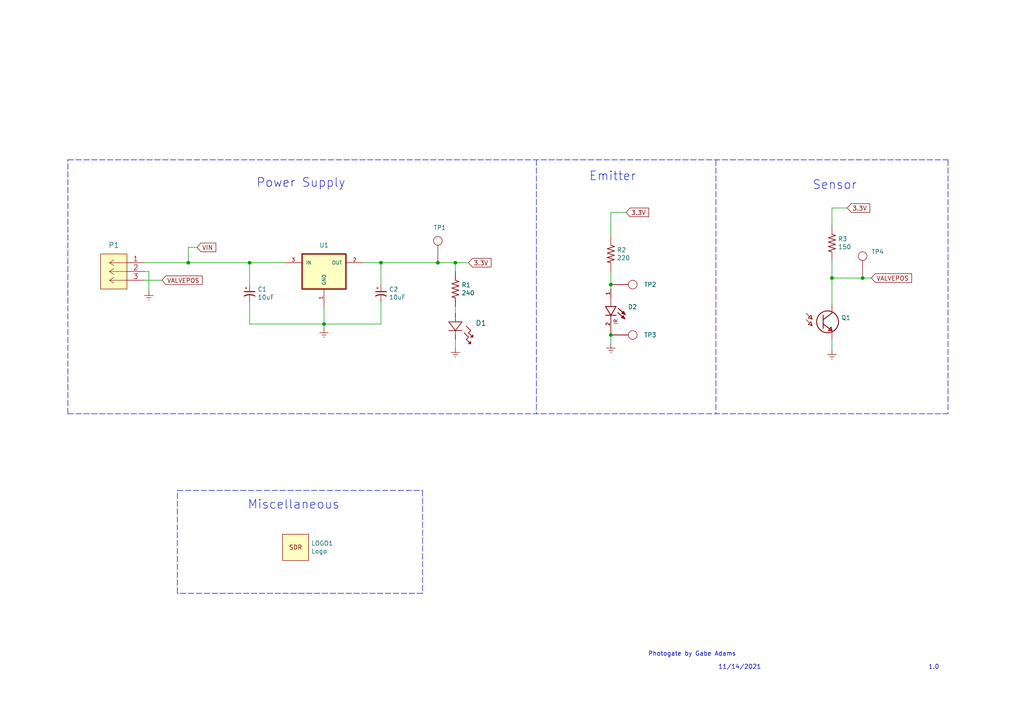
<source format=kicad_sch>
(kicad_sch (version 20211123) (generator eeschema)
  (paper "A4")
  (lib_symbols
    (symbol "L0004-Photogate:647676-3" (pin_names (offset 0.254) hide)
      (property "Reference" "P" (at 6.35 5.08 0))
      (property "Value" "647676-3" (at 8.89 -11.43 0))
      (symbol "647676-3_1_1"
        (polyline (pts (xy 10.16 -5.08) (xy 5.08 -5.08)) (stroke (width 0.127)))
        (polyline (pts (xy 10.16 -5.08) (xy 8.89 -5.9182)) (stroke (width 0.127)))
        (polyline (pts (xy 10.16 -5.08) (xy 8.89 -4.2418)) (stroke (width 0.127)))
        (polyline (pts (xy 10.16 -2.54) (xy 5.08 -2.54)) (stroke (width 0.127)))
        (polyline (pts (xy 10.16 -2.54) (xy 8.89 -3.3782)) (stroke (width 0.127)))
        (polyline (pts (xy 10.16 -2.54) (xy 8.89 -1.7018)) (stroke (width 0.127)))
        (polyline (pts (xy 10.16 0) (xy 5.08 0)) (stroke (width 0.127)))
        (polyline (pts (xy 10.16 0) (xy 8.89 -0.8382)) (stroke (width 0.127)))
        (polyline (pts (xy 10.16 0) (xy 8.89 0.8382)) (stroke (width 0.127)))
        (rectangle (start 5.08 2.54) (end 12.7 -7.62) (stroke (width 0.1524)) (fill (type background)))
        (pin passive line (at 0 0 0) (length 5.08) (name "1") (number "1"))
        (pin passive line (at 0 -2.54 0) (length 5.08) (name "2") (number "2"))
        (pin passive line (at 0 -5.08 0) (length 5.08) (name "3") (number "3"))
      )
    )
    (symbol "L0004-Photogate:Earth" (power) (pin_names (offset 0))
      (symbol "Earth_0_1"
        (polyline (pts (xy -0.635 -1.905) (xy 0.635 -1.905)))
        (polyline (pts (xy -0.127 -2.54) (xy 0.127 -2.54)))
        (polyline (pts (xy 0 -1.27) (xy 0 0)))
        (polyline (pts (xy 1.27 -1.27) (xy -1.27 -1.27)))
      )
      (symbol "Earth_1_1"
        (pin power_in line (at 0 0 270) (length 0) hide (name "Earth") (number "1"))
      )
    )
    (symbol "L0004-Photogate:LMS8117AMP-3.3_NOPB" (pin_names (offset 1.016))
      (property "Reference" "U" (at -5.08 6.35 0))
      (property "Value" "LMS8117AMP-3.3_NOPB" (at 1.27 -9.0678 0))
      (symbol "LMS8117AMP-3.3_NOPB_0_0"
        (rectangle (start -6.35 -5.08) (end 6.35 5.08) (stroke (width 0.4064)) (fill (type background)))
        (pin power_in line (at 0 -10.16 90) (length 5.08) (name "GND") (number "1"))
        (pin output line (at 11.43 2.54 180) (length 5.08) (name "OUT") (number "2"))
        (pin input line (at -11.43 2.54 0) (length 5.08) (name "IN") (number "3"))
        (pin output line (at 11.43 -1.27 180) (length 5.08) hide (name "OUT") (number "4"))
      )
    )
    (symbol "L0004-Photogate:Logo" (pin_names (offset 1.016))
      (property "Reference" "LOGO" (at 0 5.08 0))
      (property "Value" "Logo" (at 0 -5.08 0))
      (symbol "Logo_0_0"
        (text "SDR" (at 0 0 0) (effects (font (size 1.27 1.27))))
      )
      (symbol "Logo_0_1"
        (rectangle (start -3.81 3.81) (end 3.81 -3.81) (fill (type background)))
      )
    )
    (symbol "L0004-Photogate:RES_0603" (pin_numbers hide) (pin_names (offset 1.016) hide)
      (property "Reference" "R" (at -1.27 1.27 0))
      (property "Value" "RES_0603" (at -3.81 -2.54 0))
      (symbol "RES_0603_0_0"
        (polyline (pts (xy -2.54 0) (xy -2.159 1.016)) (stroke (width 0.2032)))
        (polyline (pts (xy -2.159 1.016) (xy -1.524 -1.016)) (stroke (width 0.2032)))
        (polyline (pts (xy -1.524 -1.016) (xy -0.889 1.016)) (stroke (width 0.2032)))
        (polyline (pts (xy -0.889 1.016) (xy -0.254 -1.016)) (stroke (width 0.2032)))
        (polyline (pts (xy -0.254 -1.016) (xy 0.381 1.016)) (stroke (width 0.2032)))
        (polyline (pts (xy 0.381 1.016) (xy 1.016 -1.016)) (stroke (width 0.2032)))
        (polyline (pts (xy 1.016 -1.016) (xy 1.651 1.016)) (stroke (width 0.2032)))
        (polyline (pts (xy 1.651 1.016) (xy 2.286 -1.016)) (stroke (width 0.2032)))
        (polyline (pts (xy 2.286 -1.016) (xy 2.54 0)) (stroke (width 0.2032)))
        (pin passive line (at -5.08 0 0) (length 2.54) (name "~") (number "1"))
        (pin passive line (at 5.08 0 180) (length 2.54) (name "~") (number "2"))
      )
    )
    (symbol "L0004-Photogate:SFH_3015_FA" (pin_numbers hide) (pin_names (offset 1.016) hide)
      (property "Reference" "Q" (at -10.16 5.08 0))
      (property "Value" "SFH_3015_FA" (at -10.16 -7.62 0))
      (symbol "SFH_3015_FA_0_0"
        (polyline (pts (xy -4.953 0.635) (xy -3.175 -1.143)) (stroke (width 0.1524)))
        (polyline (pts (xy -4.953 2.54) (xy -3.175 0.762)) (stroke (width 0.1524)))
        (polyline (pts (xy -4.318 -0.762) (xy -3.556 0)) (stroke (width 0.1524)))
        (polyline (pts (xy -4.318 1.143) (xy -3.556 1.905)) (stroke (width 0.1524)))
        (polyline (pts (xy -3.556 0) (xy -3.175 -1.143)) (stroke (width 0.1524)))
        (polyline (pts (xy -3.556 1.905) (xy -3.175 0.762)) (stroke (width 0.1524)))
        (polyline (pts (xy -3.175 -1.143) (xy -4.318 -0.762)) (stroke (width 0.1524)))
        (polyline (pts (xy -3.175 0.762) (xy -4.318 1.143)) (stroke (width 0.1524)))
        (polyline (pts (xy 0 -0.635) (xy 0 -1.905)) (stroke (width 0.254)))
        (polyline (pts (xy 0 -0.635) (xy 2.54 -2.54)) (stroke (width 0.254)))
        (polyline (pts (xy 0 0.635) (xy 0 -0.635)) (stroke (width 0.254)))
        (polyline (pts (xy 0 0.635) (xy 2.54 2.54)) (stroke (width 0.254)))
        (polyline (pts (xy 0 1.905) (xy 0 0.635)) (stroke (width 0.254)))
        (polyline (pts (xy 2.286 -2.286) (xy 2.54 -2.54)) (stroke (width 0.1524)))
        (polyline (pts (xy -4.318 -0.762) (xy -3.175 -1.143) (xy -3.556 0) (xy -4.318 -0.762)) (stroke (width 0.1524)) (fill (type background)))
        (polyline (pts (xy -4.318 1.143) (xy -3.175 0.762) (xy -3.556 1.905) (xy -4.318 1.143)) (stroke (width 0.1524)) (fill (type background)))
        (polyline (pts (xy 2.54 -2.54) (xy 2.286 -1.524) (xy 1.524 -2.54) (xy 2.54 -2.54)) (stroke (width 0.254)) (fill (type background)))
        (circle (center 1.27 0) (radius 3.175) (stroke (width 0.254)))
        (pin passive line (at 2.54 -5.08 90) (length 2.54) (name "~") (number "1"))
        (pin passive line (at 2.54 5.08 270) (length 2.54) (name "~") (number "2"))
      )
    )
    (symbol "L0004-Photogate:SML-LX1206GC-TR" (pin_numbers hide) (pin_names hide)
      (property "Reference" "D" (at 3.81 5.08 0))
      (property "Value" "SML-LX1206GC-TR" (at 11.43 -10.16 0))
      (symbol "SML-LX1206GC-TR_1_1"
        (polyline (pts (xy -1.905 0) (xy 1.905 0)) (stroke (width 0.2032)))
        (polyline (pts (xy -1.905 2.54) (xy 0 0)) (stroke (width 0.2032)))
        (polyline (pts (xy 0 0) (xy 0 -1.27)) (stroke (width 0.1524)))
        (polyline (pts (xy 0 0) (xy 1.905 2.54)) (stroke (width 0.2032)))
        (polyline (pts (xy 0 3.175) (xy 0 2.54)) (stroke (width 0.1524)))
        (polyline (pts (xy 0 3.81) (xy 0 2.8702)) (stroke (width 0.1524)))
        (polyline (pts (xy 1.905 2.54) (xy -1.905 2.54)) (stroke (width 0.2032)))
        (polyline (pts (xy 2.54 -0.635) (xy 3.81 -1.905)) (stroke (width 0.2032)))
        (polyline (pts (xy 3.175 -2.54) (xy 4.445 -3.81)) (stroke (width 0.2032)))
        (polyline (pts (xy 3.175 1.27) (xy 4.445 0)) (stroke (width 0.2032)))
        (polyline (pts (xy 3.81 -3.81) (xy 4.445 -3.81)) (stroke (width 0.2032)))
        (polyline (pts (xy 3.81 -1.905) (xy 3.175 -2.54)) (stroke (width 0.2032)))
        (polyline (pts (xy 3.81 -0.635) (xy 5.08 -1.905)) (stroke (width 0.2032)))
        (polyline (pts (xy 4.445 -3.81) (xy 4.445 -3.175)) (stroke (width 0.2032)))
        (polyline (pts (xy 4.445 -3.175) (xy 3.81 -3.81)) (stroke (width 0.2032)))
        (polyline (pts (xy 4.445 -1.905) (xy 5.08 -1.905)) (stroke (width 0.2032)))
        (polyline (pts (xy 4.445 0) (xy 3.81 -0.635)) (stroke (width 0.2032)))
        (polyline (pts (xy 5.08 -1.905) (xy 5.08 -1.27)) (stroke (width 0.2032)))
        (polyline (pts (xy 5.08 -1.27) (xy 4.445 -1.905)) (stroke (width 0.2032)))
        (pin passive line (at 0 -2.54 90) (length 1.27) (name "1") (number "1"))
        (pin passive line (at 0 5.08 270) (length 1.27) (name "2") (number "2"))
      )
    )
    (symbol "L0004-Photogate:T491A106K010AT" (pin_numbers hide) (pin_names (offset 0.254) hide)
      (property "Reference" "C" (at 0.254 1.778 0))
      (property "Value" "T491A106K010AT" (at 0.254 -2.032 0))
      (symbol "T491A106K010AT_0_1"
        (polyline (pts (xy -1.524 0.508) (xy 1.524 0.508)) (stroke (width 0.3048)))
        (polyline (pts (xy -1.27 1.524) (xy -0.762 1.524)))
        (polyline (pts (xy -1.016 1.27) (xy -1.016 1.778)))
        (arc (start 1.524 -0.762) (mid 0 -0.3734) (end -1.524 -0.762) (stroke (width 0.3048)))
      )
      (symbol "T491A106K010AT_1_1"
        (pin passive line (at 0 2.54 270) (length 2.032) (name "~") (number "1"))
        (pin passive line (at 0 -2.54 90) (length 2.032) (name "~") (number "2"))
      )
    )
    (symbol "L0004-Photogate:TP" (pin_numbers hide) (pin_names (offset 1.016) hide)
      (property "Reference" "TP" (at 0 8.89 0))
      (property "Value" "TP" (at 0 8.89 0))
      (symbol "TP_0_1"
        (circle (center 0 6.35) (radius 1.27))
      )
      (symbol "TP_1_1"
        (pin passive line (at 0 0 90) (length 5.08) (name "~") (number "1"))
      )
    )
    (symbol "L0004-Photogate:VSMY2853SL" (pin_names (offset 1.016) hide)
      (property "Reference" "D" (at -3.556 4.826 0))
      (property "Value" "VSMY2853SL" (at -3.556 -3.302 0))
      (symbol "VSMY2853SL_0_0"
        (polyline (pts (xy -2.54 -1.524) (xy 0 0)) (stroke (width 0.254)))
        (polyline (pts (xy -2.54 0) (xy -5.08 0)) (stroke (width 0.1524)))
        (polyline (pts (xy -2.54 0) (xy -2.54 -1.524)) (stroke (width 0.254)))
        (polyline (pts (xy -2.54 1.524) (xy -2.54 0)) (stroke (width 0.254)))
        (polyline (pts (xy -1.1176 3.683) (xy -0.2286 4.1656)) (stroke (width 0.254)))
        (polyline (pts (xy -0.9398 3.6068) (xy -0.7112 3.7592)) (stroke (width 0.254)))
        (polyline (pts (xy -0.5588 3.2004) (xy -1.1176 3.683)) (stroke (width 0.254)))
        (polyline (pts (xy -0.5588 3.2004) (xy -0.5334 3.937)) (stroke (width 0.254)))
        (polyline (pts (xy -0.5334 3.937) (xy -0.6604 3.937)) (stroke (width 0.254)))
        (polyline (pts (xy -0.2286 4.1656) (xy -2.0066 2.1336)) (stroke (width 0.254)))
        (polyline (pts (xy -0.2286 4.1656) (xy -0.5588 3.2004)) (stroke (width 0.254)))
        (polyline (pts (xy 0 0) (xy -2.54 1.524)) (stroke (width 0.254)))
        (polyline (pts (xy 0 1.524) (xy 0 -1.524)) (stroke (width 0.254)))
        (polyline (pts (xy 0.127 3.5814) (xy 1.016 4.064)) (stroke (width 0.254)))
        (polyline (pts (xy 0.3048 3.5052) (xy 0.5334 3.6576)) (stroke (width 0.254)))
        (polyline (pts (xy 0.6858 3.0988) (xy 0.127 3.5814)) (stroke (width 0.254)))
        (polyline (pts (xy 0.6858 3.0988) (xy 0.7112 3.8354)) (stroke (width 0.254)))
        (polyline (pts (xy 0.7112 3.8354) (xy 0.5842 3.8354)) (stroke (width 0.254)))
        (polyline (pts (xy 1.016 4.064) (xy -0.762 2.032)) (stroke (width 0.254)))
        (polyline (pts (xy 1.016 4.064) (xy 0.6858 3.0988)) (stroke (width 0.254)))
        (text "IR" (at 1.016 2.032 0) (effects (font (size 1.016 1.016)) (justify left bottom)))
        (pin passive line (at -7.62 0 0) (length 2.54) (name "~") (number "1"))
        (pin passive line (at 5.08 0 180) (length 5.08) (name "~") (number "2"))
      )
    )
  )
  (junction (at 72.39 76.2))
  (junction (at 110.49 76.2))
  (junction (at 177.165 97.155))
  (junction (at 54.61 76.2))
  (junction (at 241.3 80.645))
  (junction (at 93.98 93.98))
  (junction (at 127 76.2))
  (junction (at 132.08 76.2))
  (junction (at 250.19 80.645))
  (junction (at 177.165 82.55))
  (wire (pts (xy 241.3 60.325) (xy 245.745 60.325)))
  (wire (pts (xy 57.15 71.755) (xy 54.61 71.755)))
  (wire (pts (xy 110.49 93.98) (xy 93.98 93.98)))
  (wire (pts (xy 41.91 76.2) (xy 54.61 76.2)))
  (wire (pts (xy 177.165 96.52) (xy 177.165 97.155)))
  (wire (pts (xy 72.39 82.55) (xy 72.39 76.2)))
  (polyline (pts (xy 122.555 142.24) (xy 122.555 172.085)))
  (wire (pts (xy 132.08 98.425) (xy 132.08 100.965)))
  (wire (pts (xy 241.3 75.565) (xy 241.3 80.645)))
  (wire (pts (xy 132.08 76.2) (xy 132.08 78.74)))
  (wire (pts (xy 241.3 60.325) (xy 241.3 65.405)))
  (wire (pts (xy 132.08 76.2) (xy 135.89 76.2)))
  (wire (pts (xy 43.18 78.74) (xy 43.18 84.455)))
  (polyline (pts (xy 19.685 120.015) (xy 19.685 46.355)))
  (wire (pts (xy 110.49 82.55) (xy 110.49 76.2)))
  (wire (pts (xy 93.98 93.98) (xy 93.98 95.25)))
  (polyline (pts (xy 207.645 46.355) (xy 207.645 120.015)))
  (wire (pts (xy 41.91 81.28) (xy 46.99 81.28)))
  (wire (pts (xy 177.165 78.74) (xy 177.165 82.55)))
  (polyline (pts (xy 51.435 172.085) (xy 51.435 142.24)))
  (wire (pts (xy 41.91 78.74) (xy 43.18 78.74)))
  (wire (pts (xy 241.3 80.645) (xy 241.3 88.265)))
  (polyline (pts (xy 19.685 46.355) (xy 274.955 46.355)))
  (wire (pts (xy 110.49 76.2) (xy 127 76.2)))
  (wire (pts (xy 132.08 88.9) (xy 132.08 90.805)))
  (wire (pts (xy 241.3 98.425) (xy 241.3 101.6)))
  (wire (pts (xy 72.39 87.63) (xy 72.39 93.98)))
  (wire (pts (xy 127 76.2) (xy 132.08 76.2)))
  (wire (pts (xy 241.3 80.645) (xy 250.19 80.645)))
  (wire (pts (xy 105.41 76.2) (xy 110.49 76.2)))
  (wire (pts (xy 110.49 87.63) (xy 110.49 93.98)))
  (wire (pts (xy 252.73 80.645) (xy 250.19 80.645)))
  (wire (pts (xy 54.61 76.2) (xy 72.39 76.2)))
  (polyline (pts (xy 155.575 46.355) (xy 155.575 120.015)))
  (wire (pts (xy 72.39 93.98) (xy 93.98 93.98)))
  (wire (pts (xy 177.165 61.595) (xy 177.165 68.58)))
  (polyline (pts (xy 274.955 46.355) (xy 274.955 120.015)))
  (polyline (pts (xy 51.435 142.24) (xy 122.555 142.24)))
  (wire (pts (xy 177.165 82.55) (xy 177.165 83.82)))
  (polyline (pts (xy 122.555 172.085) (xy 51.435 172.085)))
  (wire (pts (xy 177.165 61.595) (xy 181.61 61.595)))
  (wire (pts (xy 177.165 97.155) (xy 177.165 99.695)))
  (polyline (pts (xy 19.685 120.015) (xy 274.955 120.015)))
  (wire (pts (xy 72.39 76.2) (xy 82.55 76.2)))
  (wire (pts (xy 54.61 71.755) (xy 54.61 76.2)))
  (wire (pts (xy 93.98 88.9) (xy 93.98 93.98)))
  (text "Power Supply" (at 74.295 54.61 0) (effects (font (size 2.54 2.54)) (justify left bottom)))
  (text "Photogate by Gabe Adams" (at 187.96 190.5 0) (effects (font (size 1.27 1.27)) (justify left bottom)))
  (text "Miscellaneous" (at 71.755 147.955 0) (effects (font (size 2.54 2.54)) (justify left bottom)))
  (text "1.0" (at 269.24 194.31 0) (effects (font (size 1.27 1.27)) (justify left bottom)))
  (text "Emitter" (at 170.815 52.705 0) (effects (font (size 2.54 2.54)) (justify left bottom)))
  (text "11/14/2021" (at 208.28 194.31 0) (effects (font (size 1.27 1.27)) (justify left bottom)))
  (text "Sensor" (at 235.585 55.245 0) (effects (font (size 2.54 2.54)) (justify left bottom)))
  (global_label "3.3V" (shape input) (at 135.89 76.2 0) (property "Intersheet References" "${INTERSHEET_REFS}" (effects hide)))
  (global_label "3.3V" (shape input) (at 245.745 60.325 0) (property "Intersheet References" "${INTERSHEET_REFS}" (effects hide)))
  (global_label "VALVEPOS" (shape input) (at 252.73 80.645 0) (property "Intersheet References" "${INTERSHEET_REFS}" (effects hide)))
  (global_label "3.3V" (shape input) (at 181.61 61.595 0) (property "Intersheet References" "${INTERSHEET_REFS}" (effects hide)))
  (global_label "VALVEPOS" (shape input) (at 46.99 81.28 0) (property "Intersheet References" "${INTERSHEET_REFS}" (effects hide)))
  (global_label "VIN" (shape input) (at 57.15 71.755 0) (property "Intersheet References" "${INTERSHEET_REFS}" (effects hide)))
  (symbol (lib_id "L0004-Photogate:647676-3") (at 41.91 76.2 0) (mirror y) (unit 1)
    (property "Reference" "P1" (at 33.02 71.12 0) (effects (font (size 1.524 1.524))))
    (property "Value" "647676-3" (effects hide))
    (property "Footprint" "CONN_2043-1X04G00DAU_OUP" (effects hide))
  )
  (symbol (lib_id "L0004-Photogate:Earth") (at 43.18 84.455 0) (unit 1)
    (property "Reference" "#PWR01" (effects hide))
    (property "Value" "Earth" (effects hide))
  )
  (symbol (lib_id "L0004-Photogate:LMS8117AMP-3.3_NOPB") (at 93.98 78.74 0) (unit 1)
    (property "Reference" "U1" (at 93.98 71.12 0))
    (property "Value" "LMS8117AMP-3.3_NOPB" (effects hide))
    (property "Footprint" "L0004-Photogate:SOT230P700X180-4N" (effects hide))
  )
  (symbol (lib_id "L0004-Photogate:SML-LX1206GC-TR") (at 132.08 95.885 0) (unit 1)
    (property "Reference" "D1" (at 137.8966 93.7006 0) (effects (font (size 1.524 1.524)) (justify left)))
    (property "Value" "SML-LX1206GC-TR" (effects hide))
    (property "Footprint" "L0004-Photogate:SML-LX1206GC-TR" (effects hide))
  )
  (symbol (lib_id "L0004-Photogate:Earth") (at 93.98 95.25 0) (unit 1)
    (property "Reference" "#PWR02" (effects hide))
    (property "Value" "Earth" (effects hide))
  )
  (symbol (lib_id "L0004-Photogate:VSMY2853SL") (at 177.165 91.44 270) (unit 1)
    (property "Reference" "D2" (at 182.0926 89.0016 90) (effects (justify left)))
    (property "Value" "VSMY2853SL" (effects hide))
    (property "Footprint" "L0004-Photogate:DIO_VSMY2853SL" (effects hide))
  )
  (symbol (lib_id "L0004-Photogate:Earth") (at 177.165 99.695 0) (unit 1)
    (property "Reference" "#PWR04" (effects hide))
    (property "Value" "Earth" (effects hide))
  )
  (symbol (lib_id "L0004-Photogate:SFH_3015_FA") (at 238.76 93.345 0) (unit 1)
    (property "Reference" "Q1" (at 243.967 92.1766 0) (effects (justify left)))
    (property "Value" "SFH_3015_FA" (effects hide))
    (property "Footprint" "L0004-Photogate:XDCR_SFH_3015_FA" (effects hide))
  )
  (symbol (lib_id "L0004-Photogate:Earth") (at 241.3 101.6 0) (unit 1)
    (property "Reference" "#PWR05" (effects hide))
    (property "Value" "Earth" (effects hide))
  )
  (symbol (lib_id "L0004-Photogate:Logo") (at 85.725 158.75 0) (unit 1)
    (property "Reference" "LOGO1" (at 90.2462 157.5816 0) (effects (justify left)))
    (property "Value" "Logo" (at 90.2462 159.893 0) (effects (justify left)))
    (property "Footprint" "L0004-Photogate:Logo" (effects hide))
  )
  (symbol (lib_id "L0004-Photogate:Earth") (at 132.08 100.965 0) (unit 1)
    (property "Reference" "#PWR03" (effects hide))
    (property "Value" "Earth" (effects hide))
  )
  (symbol (lib_id "L0004-Photogate:T491A106K010AT") (at 72.39 85.09 0) (unit 1)
    (property "Reference" "C1" (at 74.7014 83.9216 0) (effects (justify left)))
    (property "Value" "10uF" (at 74.7014 86.233 0) (effects (justify left)))
    (property "Footprint" "L0004-Photogate:T491A106K010AT" (effects hide))
  )
  (symbol (lib_id "L0004-Photogate:T491A106K010AT") (at 110.49 85.09 0) (unit 1)
    (property "Reference" "C2" (at 112.8014 83.9216 0) (effects (justify left)))
    (property "Value" "10uF" (at 112.8014 86.233 0) (effects (justify left)))
    (property "Footprint" "L0004-Photogate:T491A106K010AT" (effects hide))
  )
  (symbol (lib_id "L0004-Photogate:RES_0603") (at 132.08 83.82 270) (unit 1)
    (property "Reference" "R1" (at 133.8326 82.6516 90) (effects (justify left)))
    (property "Value" "240" (at 133.8326 84.963 90) (effects (justify left)))
    (property "Footprint" "L0004-Photogate:RES_0603" (effects hide))
  )
  (symbol (lib_id "L0004-Photogate:RES_0603") (at 241.3 70.485 270) (unit 1)
    (property "Reference" "R3" (at 243.0526 69.3166 90) (effects (justify left)))
    (property "Value" "150" (at 243.0526 71.628 90) (effects (justify left)))
    (property "Footprint" "L0004-Photogate:RES_0603" (effects hide))
  )
  (symbol (lib_id "L0004-Photogate:RES_0603") (at 177.165 73.66 270) (unit 1)
    (property "Reference" "R2" (at 178.9176 72.4916 90) (effects (justify left)))
    (property "Value" "220" (at 178.9176 74.803 90) (effects (justify left)))
    (property "Footprint" "L0004-Photogate:RES_0603" (effects hide))
  )
  (symbol (lib_id "L0004-Photogate:TP") (at 177.165 82.55 270) (unit 1)
    (property "Reference" "TP2" (at 188.595 82.55 90))
    (property "Value" "TP" (effects hide))
    (property "Footprint" "L0004-Photogate:TP" (effects hide))
  )
  (symbol (lib_id "L0004-Photogate:TP") (at 127 76.2 0) (unit 1)
    (property "Reference" "TP1" (at 125.73 66.04 0) (effects (justify left)))
    (property "Value" "TP" (effects hide))
    (property "Footprint" "L0004-Photogate:TP" (effects hide))
  )
  (symbol (lib_id "L0004-Photogate:TP") (at 250.19 80.645 0) (mirror y) (unit 1)
    (property "Reference" "TP4" (at 252.73 73.025 0) (effects (justify right)))
    (property "Value" "TP" (effects hide))
    (property "Footprint" "L0004-Photogate:TP" (effects hide))
  )
  (symbol (lib_id "L0004-Photogate:TP") (at 177.165 97.155 270) (unit 1)
    (property "Reference" "TP3" (at 188.595 97.155 90))
    (property "Value" "TP" (effects hide))
    (property "Footprint" "L0004-Photogate:TP" (effects hide))
  )
)
</source>
